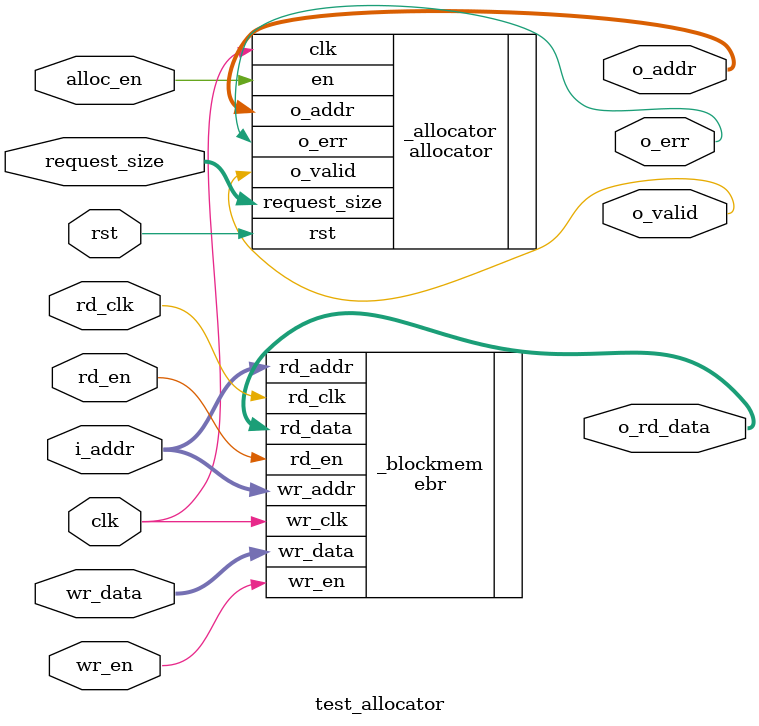
<source format=sv>
module test_allocator #(
    parameter MAU = 32,
    parameter RD_WIDTH = MAU,
    parameter NUM_BLOCKS = 32,
    parameter NUM_BLOCKS_WIDTH = $clog2(NUM_BLOCKS)
) (
    input clk,
    input rd_clk,
    input rst,
    input alloc_en,
    input rd_en,
    input [NUM_BLOCKS_WIDTH-1:0] i_addr,
    input wr_en,
    input [MAU-1:0] wr_data,
    input [NUM_BLOCKS_WIDTH-1:0] request_size,

    output reg [RD_WIDTH-1:0] o_rd_data,
    output reg [NUM_BLOCKS_WIDTH-1:0] o_addr,
    output reg o_valid,
    output reg o_err
);

  allocator #(
      .MAU(MAU),
      .NUM_BLOCKS(NUM_BLOCKS)
  ) _allocator (
      .clk(clk),
      .rst(rst),
      .en(alloc_en),
      .request_size(request_size),
      .o_addr(o_addr),
      .o_valid(o_valid),
      .o_err(o_err)
  );

  ebr #(
      .WR_WIDTH(MAU),
      .RD_WIDTH(RD_WIDTH),
      .SIZE(NUM_BLOCKS)
  ) _blockmem (
      .wr_clk (clk),
      .wr_en  (wr_en),
      .wr_addr(i_addr),
      .wr_data(wr_data),
      .rd_clk (rd_clk),
      .rd_en  (rd_en),
      .rd_addr(i_addr),
      .rd_data(o_rd_data)
  );

endmodule

</source>
